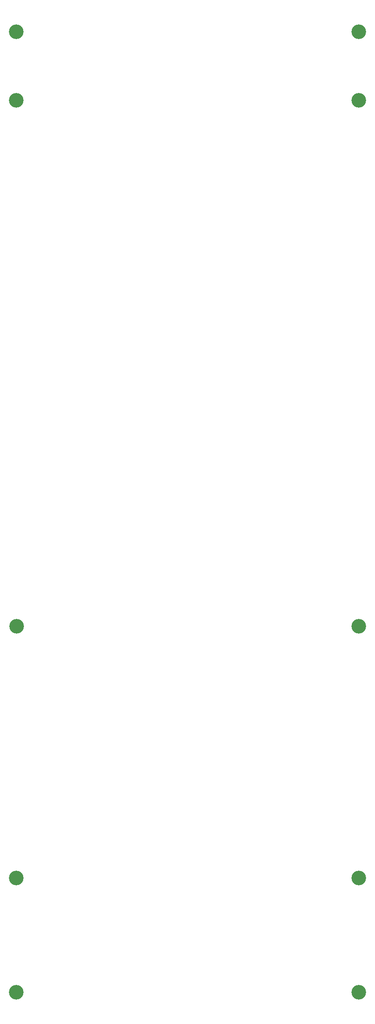
<source format=gbr>
%TF.GenerationSoftware,KiCad,Pcbnew,7.0.5*%
%TF.CreationDate,2023-07-03T18:51:47+02:00*%
%TF.ProjectId,Master_Board_panel,4d617374-6572-45f4-926f-6172645f7061,rev?*%
%TF.SameCoordinates,Original*%
%TF.FileFunction,Soldermask,Top*%
%TF.FilePolarity,Negative*%
%FSLAX46Y46*%
G04 Gerber Fmt 4.6, Leading zero omitted, Abs format (unit mm)*
G04 Created by KiCad (PCBNEW 7.0.5) date 2023-07-03 18:51:47*
%MOMM*%
%LPD*%
G01*
G04 APERTURE LIST*
%ADD10C,3.200000*%
G04 APERTURE END LIST*
D10*
%TO.C,H4*%
X120000000Y-220000000D03*
%TD*%
%TO.C,H3*%
X120000000Y-195000000D03*
%TD*%
%TO.C,H4*%
X45000000Y-10000000D03*
%TD*%
%TO.C,H2*%
X120000000Y-140000000D03*
%TD*%
%TO.C,H1*%
X45080000Y-140000000D03*
%TD*%
%TO.C,H4*%
X120000000Y-10000000D03*
%TD*%
%TO.C,H4*%
X45000000Y-220000000D03*
%TD*%
%TO.C,H4*%
X45000000Y-195000000D03*
%TD*%
%TO.C,H5*%
X120000000Y-25000000D03*
%TD*%
%TO.C,H6*%
X45000000Y-25000000D03*
%TD*%
M02*

</source>
